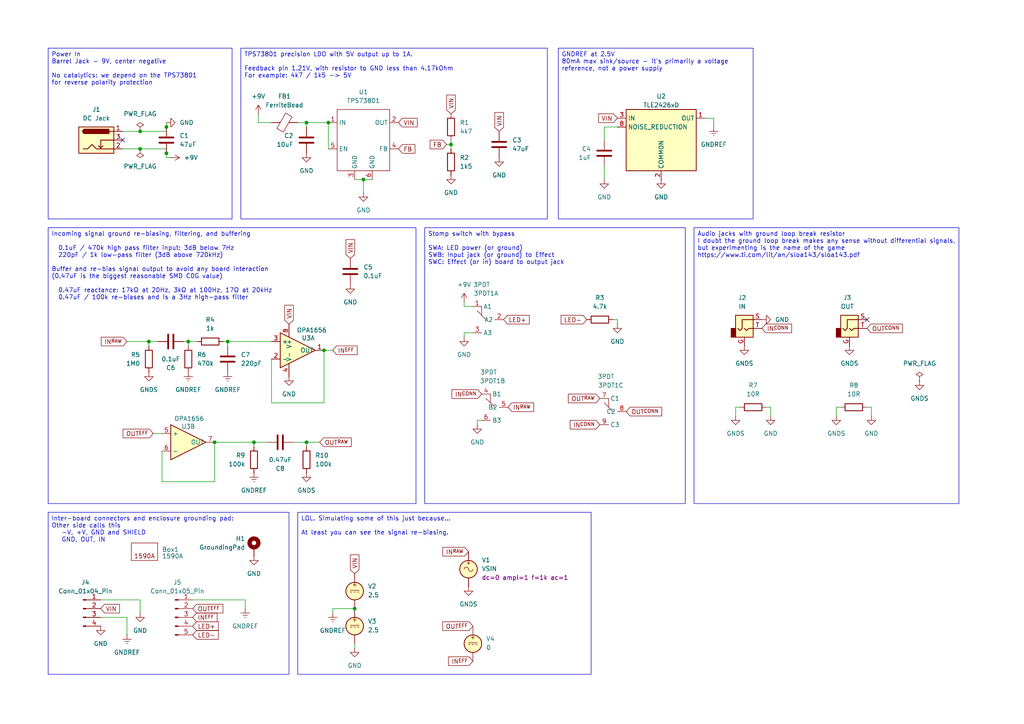
<source format=kicad_sch>
(kicad_sch (version 20250114) (generator "eeschema") (generator_version "9.0")
  (paper "A4")
  (title_block (title "5V rail splitting base") (date "2025-05-01") (rev "v2.0"))
  (lib_symbols
    (symbol "Connector:Barrel_Jack_Switch" (pin_names (hide yes))
      (property "Reference" "J" (at 0 5.334 0))
      (property "Value" "Barrel_Jack_Switch" (at 0 -5.08 0))
      (symbol "Barrel_Jack_Switch_0_1"
        (rectangle (start -5.08 3.81) (end 5.08 -3.81) (stroke (width 0.254)) (fill (type background)))
        (polyline (pts (xy -3.81 -2.54) (xy -2.54 -2.54) (xy -1.27 -1.27) (xy 0 -2.54) (xy 2.54 -2.54) (xy 5.08 -2.54)) (stroke (width 0.254)))
        (arc (start -3.302 1.905) (mid -3.9343 2.54) (end -3.302 3.175) (stroke (width 0.254)))
        (arc (start -3.302 1.905) (mid -3.9343 2.54) (end -3.302 3.175) (stroke (width 0.254)) (fill (type outline)))
        (polyline (pts (xy 1.27 -2.286) (xy 1.905 -1.651)) (stroke (width 0.254)))
        (rectangle (start 3.683 3.175) (end -3.302 1.905) (stroke (width 0.254)) (fill (type outline)))
        (polyline (pts (xy 5.08 2.54) (xy 3.81 2.54)) (stroke (width 0.254)))
        (polyline (pts (xy 5.08 0) (xy 1.27 0) (xy 1.27 -2.286) (xy 0.635 -1.651)) (stroke (width 0.254)))
      )
      (symbol "Barrel_Jack_Switch_1_1"
        (pin passive line (at 7.62 2.54 180) (length 2.54) (name "~") (number "1"))
        (pin passive line (at 7.62 0 180) (length 2.54) (name "~") (number "3"))
        (pin passive line (at 7.62 -2.54 180) (length 2.54) (name "~") (number "2"))
      )
    )
    (symbol "Connector:Conn_01x04_Pin" (pin_names (offset 1.016) (hide yes))
      (property "Reference" "J" (at 0 5.08 0))
      (property "Value" "Conn_01x04_Pin" (at 0 -7.62 0))
      (symbol "Conn_01x04_Pin_1_1"
        (rectangle (start 0.8636 2.667) (end 0 2.413) (stroke (width 0.1524)) (fill (type outline)))
        (rectangle (start 0.8636 0.127) (end 0 -0.127) (stroke (width 0.1524)) (fill (type outline)))
        (rectangle (start 0.8636 -2.413) (end 0 -2.667) (stroke (width 0.1524)) (fill (type outline)))
        (rectangle (start 0.8636 -4.953) (end 0 -5.207) (stroke (width 0.1524)) (fill (type outline)))
        (polyline (pts (xy 1.27 2.54) (xy 0.8636 2.54)) (stroke (width 0.1524)))
        (polyline (pts (xy 1.27 0) (xy 0.8636 0)) (stroke (width 0.1524)))
        (polyline (pts (xy 1.27 -2.54) (xy 0.8636 -2.54)) (stroke (width 0.1524)))
        (polyline (pts (xy 1.27 -5.08) (xy 0.8636 -5.08)) (stroke (width 0.1524)))
        (pin passive line (at 5.08 2.54 180) (length 3.81) (name "Pin_1") (number "1"))
        (pin passive line (at 5.08 0 180) (length 3.81) (name "Pin_2") (number "2"))
        (pin passive line (at 5.08 -2.54 180) (length 3.81) (name "Pin_3") (number "3"))
        (pin passive line (at 5.08 -5.08 180) (length 3.81) (name "Pin_4") (number "4"))
      )
    )
    (symbol "Connector:Conn_01x05_Pin" (pin_names (offset 1.016) (hide yes))
      (property "Reference" "J" (at 0 7.62 0))
      (property "Value" "Conn_01x05_Pin" (at 0 -7.62 0))
      (symbol "Conn_01x05_Pin_1_1"
        (rectangle (start 0.8636 5.207) (end 0 4.953) (stroke (width 0.1524)) (fill (type outline)))
        (rectangle (start 0.8636 2.667) (end 0 2.413) (stroke (width 0.1524)) (fill (type outline)))
        (rectangle (start 0.8636 0.127) (end 0 -0.127) (stroke (width 0.1524)) (fill (type outline)))
        (rectangle (start 0.8636 -2.413) (end 0 -2.667) (stroke (width 0.1524)) (fill (type outline)))
        (rectangle (start 0.8636 -4.953) (end 0 -5.207) (stroke (width 0.1524)) (fill (type outline)))
        (polyline (pts (xy 1.27 5.08) (xy 0.8636 5.08)) (stroke (width 0.1524)))
        (polyline (pts (xy 1.27 2.54) (xy 0.8636 2.54)) (stroke (width 0.1524)))
        (polyline (pts (xy 1.27 0) (xy 0.8636 0)) (stroke (width 0.1524)))
        (polyline (pts (xy 1.27 -2.54) (xy 0.8636 -2.54)) (stroke (width 0.1524)))
        (polyline (pts (xy 1.27 -5.08) (xy 0.8636 -5.08)) (stroke (width 0.1524)))
        (pin passive line (at 5.08 5.08 180) (length 3.81) (name "Pin_1") (number "1"))
        (pin passive line (at 5.08 2.54 180) (length 3.81) (name "Pin_2") (number "2"))
        (pin passive line (at 5.08 0 180) (length 3.81) (name "Pin_3") (number "3"))
        (pin passive line (at 5.08 -2.54 180) (length 3.81) (name "Pin_4") (number "4"))
        (pin passive line (at 5.08 -5.08 180) (length 3.81) (name "Pin_5") (number "5"))
      )
    )
    (symbol "Connector_Audio:AudioJack2_Ground"
      (property "Reference" "J" (at 0 8.89 0))
      (property "Value" "AudioJack2_Ground" (at 0 6.35 0))
      (symbol "AudioJack2_Ground_0_1"
        (rectangle (start -2.54 -2.54) (end -3.81 0) (stroke (width 0.254)) (fill (type outline)))
        (polyline (pts (xy 0 0) (xy 0.635 -0.635) (xy 1.27 0) (xy 2.54 0)) (stroke (width 0.254)))
        (rectangle (start 2.54 3.81) (end -2.54 -2.54) (stroke (width 0.254)) (fill (type background)))
        (polyline (pts (xy 2.54 2.54) (xy -0.635 2.54) (xy -0.635 0) (xy -1.27 -0.635) (xy -1.905 0)) (stroke (width 0.254)))
      )
      (symbol "AudioJack2_Ground_1_1"
        (pin passive line (at 0 -5.08 90) (length 2.54) (name "~") (number "G"))
        (pin passive line (at 5.08 2.54 180) (length 2.54) (name "~") (number "S"))
        (pin passive line (at 5.08 0 180) (length 2.54) (name "~") (number "T"))
      )
    )
    (symbol "Device:C" (pin_numbers (hide yes)) (pin_names (offset 0.254))
      (property "Reference" "C" (at 0.635 2.54 0))
      (property "Value" "C" (at 0.635 -2.54 0))
      (symbol "C_0_1"
        (polyline (pts (xy -2.032 0.762) (xy 2.032 0.762)) (stroke (width 0.508)))
        (polyline (pts (xy -2.032 -0.762) (xy 2.032 -0.762)) (stroke (width 0.508)))
      )
      (symbol "C_1_1"
        (pin passive line (at 0 3.81 270) (length 2.794) (name "~") (number "1"))
        (pin passive line (at 0 -3.81 90) (length 2.794) (name "~") (number "2"))
      )
    )
    (symbol "Device:FerriteBead" (pin_numbers (hide yes)) (pin_names (offset 0))
      (property "Reference" "FB" (at -3.81 0.635 90))
      (property "Value" "FerriteBead" (at 3.81 0 90))
      (symbol "FerriteBead_0_1"
        (polyline (pts (xy -2.7686 0.4064) (xy -1.7018 2.2606) (xy 2.7686 -0.3048) (xy 1.6764 -2.159) (xy -2.7686 0.4064)))
        (polyline (pts (xy 0 1.27) (xy 0 1.2954)))
        (polyline (pts (xy 0 -1.27) (xy 0 -1.2192)))
      )
      (symbol "FerriteBead_1_1"
        (pin passive line (at 0 3.81 270) (length 2.54) (name "~") (number "1"))
        (pin passive line (at 0 -3.81 90) (length 2.54) (name "~") (number "2"))
      )
    )
    (symbol "Device:R" (pin_numbers (hide yes)) (pin_names (offset 0))
      (property "Reference" "R" (at 2.032 0 90))
      (property "Value" "R" (at 0 0 90))
      (symbol "R_0_1"
        (rectangle (start -1.016 -2.54) (end 1.016 2.54) (stroke (width 0.254)))
      )
      (symbol "R_1_1"
        (pin passive line (at 0 3.81 270) (length 1.27) (name "~") (number "1"))
        (pin passive line (at 0 -3.81 90) (length 1.27) (name "~") (number "2"))
      )
    )
    (symbol "Mechanical:MountingHole_Pad" (pin_numbers (hide yes)) (pin_names (offset 1.016) (hide yes)) (in_bom no)
      (property "Reference" "H" (at 0 6.35 0))
      (property "Value" "MountingHole_Pad" (at 0 4.445 0))
      (symbol "MountingHole_Pad_0_1"
        (circle (center 0 1.27) (radius 1.27) (stroke (width 1.27)))
      )
      (symbol "MountingHole_Pad_1_1"
        (pin input line (at 0 -2.54 90) (length 2.54) (name "1") (number "1"))
      )
    )
    (symbol "Mylib:3PDT"
      (property "Reference" "3PDT" (at 0 0 0))
      (symbol "3PDT_0_1"
        (polyline (pts (xy 0 -3.81) (xy 0 -6.35)))
        (polyline (pts (xy 1.27 -7.62) (xy -1.27 -5.08)))
      )
      (symbol "3PDT_1_1"
        (pin passive line (at -2.54 -3.81 0) (length 2.54) (name "A1") (number "1"))
        (pin passive line (at -2.54 -11.43 0) (length 2.54) (name "A3") (number "3"))
        (pin passive line (at 6.35 -7.62 180) (length 2.54) (name "A2") (number "2"))
      )
      (symbol "3PDT_2_1"
        (pin passive line (at -2.54 -3.81 0) (length 2.54) (name "B1") (number "4"))
        (pin passive line (at -2.54 -11.43 0) (length 2.54) (name "B3") (number "6"))
        (pin passive line (at 5.08 -7.62 180) (length 2.54) (name "B2") (number "5"))
      )
      (symbol "3PDT_3_1"
        (pin passive line (at -2.54 -3.81 0) (length 2.54) (name "C1") (number "7"))
        (pin passive line (at -2.54 -11.43 0) (length 2.54) (name "C3") (number "9"))
        (pin passive line (at 5.08 -7.62 180) (length 2.54) (name "C2") (number "8"))
      )
    )
    (symbol "Mylib:Enclosure_1590A" (exclude_from_sim yes)
      (property "Reference" "Box" (at 0 0 0))
      (symbol "Enclosure_1590A_0_1"
        (rectangle (start -3.81 1.27) (end 3.81 -3.81))
      )
      (symbol "Enclosure_1590A_1_1"
        (text "1590A" (at 0 -2.54 0) (effects (font (size 1.27 1.27))))
      )
    )
    (symbol "Mylib:OPA1656"
      (property "Reference" "U" (at 8.89 5.08 0))
      (property "Value" "OPA1656" (at 2.54 11.43 0))
      (symbol "OPA1656_0_1"
        (polyline (pts (xy -2.54 5.08) (xy 7.62 0) (xy -2.54 -5.08) (xy -2.54 5.08)) (stroke (width 0.254)) (fill (type background)))
      )
      (symbol "OPA1656_1_1"
        (pin input line (at -5.08 2.54 0) (length 2.54) (name "+") (number "3"))
        (pin input line (at -5.08 -2.54 0) (length 2.54) (name "-") (number "2"))
        (pin power_in line (at 0 7.62 270) (length 3.81) (name "V+") (number "8"))
        (pin power_in line (at 0 -7.62 90) (length 3.81) (name "V-") (number "4"))
        (pin output line (at 10.16 0 180) (length 2.54) (name "OUT") (number "1"))
      )
      (symbol "OPA1656_2_1"
        (pin input line (at -5.08 2.54 0) (length 2.54) (name "+") (number "5"))
        (pin input line (at -5.08 -2.54 0) (length 2.54) (name "-") (number "6"))
        (pin output line (at 10.16 0 180) (length 2.54) (name "OUT") (number "7"))
      )
    )
    (symbol "Mylib:TPS73801"
      (property "Reference" "U" (at 0 -0.508 0))
      (property "Value" "TPS73801" (at 0 2.032 0))
      (symbol "TPS73801_0_1"
        (rectangle (start -7.62 7.62) (end 7.62 -10.16))
      )
      (symbol "TPS73801_1_1"
        (pin power_in line (at -10.16 3.81 0) (length 2.54) (name "IN") (number "1"))
        (pin input line (at -10.16 -3.81 0) (length 2.54) (name "EN") (number "5"))
        (pin power_in line (at -2.54 -12.7 90) (length 2.54) (name "GND") (number "3"))
        (pin power_in line (at 2.54 -12.7 90) (length 2.54) (name "GND") (number "6"))
        (pin power_out line (at 10.16 3.81 180) (length 2.54) (name "OUT") (number "2"))
        (pin input line (at 10.16 -3.81 180) (length 2.54) (name "FB") (number "4"))
      )
    )
    (symbol "Reference_Voltage:TLE2426xD"
      (property "Reference" "U" (at -10.414 8.89 0))
      (property "Value" "TLE2426xD" (at 10.16 8.89 0))
      (symbol "TLE2426xD_0_1"
        (rectangle (start -10.16 7.62) (end 10.16 -10.16) (stroke (width 0.254)) (fill (type background)))
      )
      (symbol "TLE2426xD_1_1"
        (pin power_in line (at -12.7 5.08 0) (length 2.54) (name "IN") (number "3"))
        (pin passive line (at -12.7 2.54 0) (length 2.54) (name "NOISE_REDUCTION") (number "8"))
        (pin no_connect line (at -10.16 0 0) (length 2.54) (hide yes) (name "NC") (number "4"))
        (pin no_connect line (at -10.16 -2.54 0) (length 2.54) (hide yes) (name "NC") (number "5"))
        (pin power_in line (at 0 -12.7 90) (length 2.54) (name "COMMON") (number "2"))
        (pin no_connect line (at 10.16 0 180) (length 2.54) (hide yes) (name "NC") (number "6"))
        (pin no_connect line (at 10.16 -2.54 180) (length 2.54) (hide yes) (name "NC") (number "7"))
        (pin power_out line (at 12.7 5.08 180) (length 2.54) (name "OUT") (number "1"))
      )
    )
    (symbol "Simulation_SPICE:VDC" (pin_numbers (hide yes)) (pin_names (offset 0.0254))
      (property "Reference" "V" (at 2.54 2.54 0))
      (property "Value" "1" (at 2.54 0 0))
      (symbol "VDC_0_0"
        (polyline (pts (xy -1.27 0.254) (xy 1.27 0.254)))
        (polyline (pts (xy -0.762 -0.254) (xy -1.27 -0.254)))
        (polyline (pts (xy 0.254 -0.254) (xy -0.254 -0.254)))
        (polyline (pts (xy 1.27 -0.254) (xy 0.762 -0.254)))
        (text "+" (at 0 1.905 0) (effects (font (size 1.27 1.27))))
      )
      (symbol "VDC_0_1"
        (circle (center 0 0) (radius 2.54) (stroke (width 0.254)) (fill (type background)))
      )
      (symbol "VDC_1_1"
        (pin passive line (at 0 5.08 270) (length 2.54) (name "~") (number "1"))
        (pin passive line (at 0 -5.08 90) (length 2.54) (name "~") (number "2"))
      )
    )
    (symbol "Simulation_SPICE:VSIN" (pin_numbers (hide yes)) (pin_names (offset 0.0254))
      (property "Reference" "V" (at 2.54 2.54 0))
      (property "Value" "VSIN" (at 2.54 0 0))
      (property "Sim.Params" "dc=0 ampl=1 f=1k ac=1" (at 2.54 -2.54 0))
      (symbol "VSIN_0_0"
        (arc (start -1.27 0) (mid -0.635 0.6323) (end 0 0))
        (arc (start 1.27 0) (mid 0.635 -0.6323) (end 0 0))
        (text "+" (at 0 1.905 0) (effects (font (size 1.27 1.27))))
      )
      (symbol "VSIN_0_1"
        (circle (center 0 0) (radius 2.54) (stroke (width 0.254)) (fill (type background)))
      )
      (symbol "VSIN_1_1"
        (pin passive line (at 0 5.08 270) (length 2.54) (name "~") (number "1"))
        (pin passive line (at 0 -5.08 90) (length 2.54) (name "~") (number "2"))
      )
    )
    (symbol "power:+9V" (power) (pin_numbers (hide yes)) (pin_names (offset 0) (hide yes))
      (property "Value" "+9V" (at 0 3.556 0))
      (symbol "+9V_0_1"
        (polyline (pts (xy -0.762 1.27) (xy 0 2.54)))
        (polyline (pts (xy 0 2.54) (xy 0.762 1.27)))
        (polyline (pts (xy 0 0) (xy 0 2.54)))
      )
      (symbol "+9V_1_1"
        (pin power_in line (at 0 0 90) (length 0) (name "~") (number "1"))
      )
    )
    (symbol "power:GND" (power) (pin_numbers (hide yes)) (pin_names (offset 0) (hide yes))
      (property "Value" "GND" (at 0 -3.81 0))
      (symbol "GND_0_1"
        (polyline (pts (xy 0 0) (xy 0 -1.27) (xy 1.27 -1.27) (xy 0 -2.54) (xy -1.27 -1.27) (xy 0 -1.27)))
      )
      (symbol "GND_1_1"
        (pin power_in line (at 0 0 270) (length 0) (name "~") (number "1"))
      )
    )
    (symbol "power:GNDREF" (power) (pin_numbers (hide yes)) (pin_names (offset 0) (hide yes))
      (property "Value" "GNDREF" (at 0 -3.81 0))
      (symbol "GNDREF_0_1"
        (polyline (pts (xy -0.635 -1.905) (xy 0.635 -1.905)))
        (polyline (pts (xy -0.127 -2.54) (xy 0.127 -2.54)))
        (polyline (pts (xy 0 -1.27) (xy 0 0)))
        (polyline (pts (xy 1.27 -1.27) (xy -1.27 -1.27)))
      )
      (symbol "GNDREF_1_1"
        (pin power_in line (at 0 0 270) (length 0) (name "~") (number "1"))
      )
    )
    (symbol "power:GNDS" (power) (pin_numbers (hide yes)) (pin_names (offset 0) (hide yes))
      (property "Value" "GNDS" (at 0 -3.81 0))
      (symbol "GNDS_0_1"
        (polyline (pts (xy 0 0) (xy 0 -1.27) (xy 1.27 -1.27) (xy 0 -2.54) (xy -1.27 -1.27) (xy 0 -1.27)))
      )
      (symbol "GNDS_1_1"
        (pin power_in line (at 0 0 270) (length 0) (name "~") (number "1"))
      )
    )
    (symbol "power:PWR_FLAG" (power) (pin_numbers (hide yes)) (pin_names (offset 0) (hide yes))
      (property "Value" "PWR_FLAG" (at 0 3.81 0))
      (symbol "PWR_FLAG_0_0"
        (pin power_out line (at 0 0 90) (length 0) (name "~") (number "1"))
      )
      (symbol "PWR_FLAG_0_1"
        (polyline (pts (xy 0 0) (xy 0 1.27) (xy -1.016 1.905) (xy 0 2.54) (xy 1.016 1.905) (xy 0 1.27)))
      )
    )
  )
  (text_box "Incoming signal ground re-biasing, filtering, and buffering\n\n  0.1uF / 470k high pass filter input: 3dB below 7Hz\n  220pF / 1k low-pass filter (3dB above 720kHz)\n\nBuffer and re-bias signal output to avoid any board interaction\n(0.47uF is the biggest reasonable SMD C0G value)\n\n  0.47uF reactance: 17kΩ at 20Hz, 3kΩ at 100Hz, 17Ω at 20kHz\n  0.47uF / 100k re-biases and is a 3Hz high-pass filter" (at 13.97 66.04 0) (size 106.68 80.01) (margins 0.9525 0.9525 0.9525 0.9525) (effects (font (size 1.27 1.27)) (justify left top)))
  (text_box "Power In\nBarrel Jack - 9V, center negative\n\nNo catalytics: we depend on the TPS73801\nfor reverse polarity protection" (at 13.97 13.97 0) (size 53.34 49.53) (margins 0.9525 0.9525 0.9525 0.9525) (effects (font (size 1.27 1.27)) (justify left top)))
  (text_box "Inter-board connectors and enclosure grounding pad:\nOther side calls this\n   -V, +V, GND and SHIELD\n   GND, OUT, IN" (at 13.97 148.59 0) (size 69.85 46.99) (margins 0.9525 0.9525 0.9525 0.9525) (effects (font (size 1.27 1.27)) (justify left top)))
  (text_box "GNDREF at 2.5V\n80mA max sink/source - it's primarily a voltage reference, not a power supply" (at 161.925 13.97 0) (size 56.515 49.53) (margins 0.9525 0.9525 0.9525 0.9525) (effects (font (size 1.27 1.27)) (justify left top)))
  (text_box "Stomp switch with bypass\n\nSWA: LED power (or ground)\nSWB: Input jack (or ground) to Effect\nSWC: Effect (or in) board to output jack" (at 123.19 66.04 0) (size 75.565 80.01) (margins 0.9525 0.9525 0.9525 0.9525) (effects (font (size 1.27 1.27)) (justify left top)))
  (text_box "Audio jacks with ground loop break resistor\nI doubt the ground loop break makes any sense without differential signals,\nbut experimenting is the name of the game \nhttps://www.ti.com/lit/an/sloa143/sloa143.pdf" (at 201.295 66.04 0) (size 76.835 80.01) (margins 0.9525 0.9525 0.9525 0.9525) (effects (font (size 1.27 1.27)) (justify left top)))
  (text_box "TPS73801 precision LDO with 5V output up to 1A.\n\nFeedback pin 1.21V, with resistor to GND less than 4.17kOhm\nFor example: 4k7 / 1k5 -> 5V" (at 69.85 13.97 0) (size 88.9 49.53) (margins 0.9525 0.9525 0.9525 0.9525) (effects (font (size 1.27 1.27)) (justify left top)))
  (text_box "LOL. Simulating some of this just because...\n\nAt least you can see the signal re-biasing." (at 86.36 148.59 0) (size 85.09 46.99) (margins 0.9525 0.9525 0.9525 0.9525) (effects (font (size 1.27 1.27)) (justify left top)))
  (junction (at 102.87 176.53))
  (junction (at 73.66 128.27))
  (junction (at 48.26 44.45))
  (junction (at 93.98 101.6))
  (junction (at 88.9 35.56))
  (junction (at 88.9 128.27))
  (junction (at 48.26 36.83))
  (junction (at 130.81 41.91))
  (junction (at 40.64 38.1))
  (junction (at 105.41 52.07))
  (junction (at 66.04 99.06))
  (junction (at 54.61 99.06))
  (junction (at 95.25 35.56))
  (junction (at 62.23 128.27))
  (junction (at 40.64 43.18))
  (junction (at 43.18 99.06))
  (no_connect (at 251.46 92.71))
  (no_connect (at 35.56 40.64))
  (wire (pts (xy 137.16 96.52) (xy 134.62 96.52)))
  (wire (pts (xy 105.41 52.07) (xy 105.41 55.88)))
  (wire (pts (xy 130.81 41.91) (xy 130.81 43.18)))
  (wire (pts (xy 179.07 92.71) (xy 177.8 92.71)))
  (wire (pts (xy 40.64 173.99) (xy 40.64 177.8)))
  (wire (pts (xy 62.23 139.7) (xy 62.23 128.27)))
  (wire (pts (xy 74.93 35.56) (xy 78.74 35.56)))
  (wire (pts (xy 222.25 118.11) (xy 223.52 118.11)))
  (wire (pts (xy 214.63 118.11) (xy 213.36 118.11)))
  (wire (pts (xy 243.84 118.11) (xy 242.57 118.11)))
  (wire (pts (xy 93.98 101.6) (xy 93.98 116.84)))
  (wire (pts (xy 179.07 92.71) (xy 179.07 93.98)))
  (wire (pts (xy 48.26 36.83) (xy 48.26 38.1)))
  (wire (pts (xy 93.98 101.6) (xy 96.52 101.6)))
  (wire (pts (xy 74.93 33.02) (xy 74.93 35.56)))
  (wire (pts (xy 88.9 35.56) (xy 95.25 35.56)))
  (wire (pts (xy 73.66 128.27) (xy 77.47 128.27)))
  (wire (pts (xy 66.04 100.33) (xy 66.04 99.06)))
  (wire (pts (xy 134.62 88.9) (xy 134.62 87.63)))
  (wire (pts (xy 71.12 173.99) (xy 71.12 176.53)))
  (wire (pts (xy 179.07 36.83) (xy 175.26 36.83)))
  (wire (pts (xy 96.52 176.53) (xy 102.87 176.53)))
  (wire (pts (xy 48.26 35.56) (xy 48.26 36.83)))
  (wire (pts (xy 54.61 99.06) (xy 54.61 100.33)))
  (wire (pts (xy 48.26 45.72) (xy 49.53 45.72)))
  (wire (pts (xy 48.26 44.45) (xy 48.26 43.18)))
  (wire (pts (xy 102.87 52.07) (xy 105.41 52.07)))
  (wire (pts (xy 105.41 52.07) (xy 107.95 52.07)))
  (wire (pts (xy 129.54 41.91) (xy 130.81 41.91)))
  (wire (pts (xy 134.62 96.52) (xy 134.62 97.79)))
  (wire (pts (xy 36.83 99.06) (xy 43.18 99.06)))
  (wire (pts (xy 48.26 43.18) (xy 40.64 43.18)))
  (wire (pts (xy 46.99 130.81) (xy 46.99 139.7)))
  (wire (pts (xy 207.01 34.29) (xy 207.01 36.83)))
  (wire (pts (xy 175.26 48.26) (xy 175.26 52.07)))
  (wire (pts (xy 88.9 128.27) (xy 85.09 128.27)))
  (wire (pts (xy 213.36 118.11) (xy 213.36 120.65)))
  (wire (pts (xy 43.18 99.06) (xy 45.72 99.06)))
  (wire (pts (xy 48.26 38.1) (xy 40.64 38.1)))
  (wire (pts (xy 35.56 43.18) (xy 40.64 43.18)))
  (wire (pts (xy 242.57 118.11) (xy 242.57 120.65)))
  (wire (pts (xy 36.83 179.07) (xy 36.83 184.15)))
  (wire (pts (xy 96.52 176.53) (xy 96.52 177.8)))
  (wire (pts (xy 223.52 118.11) (xy 223.52 120.65)))
  (wire (pts (xy 88.9 35.56) (xy 88.9 36.83)))
  (wire (pts (xy 138.43 121.92) (xy 138.43 123.19)))
  (wire (pts (xy 55.88 173.99) (xy 71.12 173.99)))
  (wire (pts (xy 64.77 99.06) (xy 66.04 99.06)))
  (wire (pts (xy 86.36 35.56) (xy 88.9 35.56)))
  (wire (pts (xy 43.18 99.06) (xy 43.18 100.33)))
  (wire (pts (xy 78.74 116.84) (xy 78.74 104.14)))
  (wire (pts (xy 29.21 179.07) (xy 36.83 179.07)))
  (wire (pts (xy 78.74 116.84) (xy 93.98 116.84)))
  (wire (pts (xy 54.61 99.06) (xy 57.15 99.06)))
  (wire (pts (xy 251.46 118.11) (xy 252.73 118.11)))
  (wire (pts (xy 46.99 139.7) (xy 62.23 139.7)))
  (wire (pts (xy 62.23 128.27) (xy 73.66 128.27)))
  (wire (pts (xy 95.25 35.56) (xy 95.25 43.18)))
  (wire (pts (xy 44.45 125.73) (xy 46.99 125.73)))
  (wire (pts (xy 53.34 99.06) (xy 54.61 99.06)))
  (wire (pts (xy 137.16 88.9) (xy 134.62 88.9)))
  (wire (pts (xy 252.73 118.11) (xy 252.73 120.65)))
  (wire (pts (xy 73.66 128.27) (xy 73.66 129.54)))
  (wire (pts (xy 88.9 128.27) (xy 88.9 129.54)))
  (wire (pts (xy 139.7 121.92) (xy 138.43 121.92)))
  (wire (pts (xy 48.26 45.72) (xy 48.26 44.45)))
  (wire (pts (xy 35.56 38.1) (xy 40.64 38.1)))
  (wire (pts (xy 102.87 186.69) (xy 102.87 187.96)))
  (wire (pts (xy 88.9 128.27) (xy 92.71 128.27)))
  (wire (pts (xy 29.21 173.99) (xy 40.64 173.99)))
  (wire (pts (xy 204.47 34.29) (xy 207.01 34.29)))
  (wire (pts (xy 175.26 36.83) (xy 175.26 40.64)))
  (wire (pts (xy 66.04 99.06) (xy 78.74 99.06)))
  (wire (pts (xy 130.81 40.64) (xy 130.81 41.91)))
  (global_label "IN^{EFF}" (shape input) (at 96.52 101.6 0) (property "Intersheetrefs" "${INTERSHEET_REFS}" (effects (hide yes))))
  (global_label "VIN" (shape input) (at 144.78 38.1 90) (property "Intersheetrefs" "${INTERSHEET_REFS}" (effects (hide yes))))
  (global_label "LED-" (shape input) (at 55.88 184.15 0) (property "Intersheetrefs" "${INTERSHEET_REFS}" (effects (hide yes))))
  (global_label "IN^{CONN}" (shape input) (at 173.99 123.19 180) (property "Intersheetrefs" "${INTERSHEET_REFS}" (effects (hide yes))))
  (global_label "LED-" (shape input) (at 170.18 92.71 180) (property "Intersheetrefs" "${INTERSHEET_REFS}" (effects (hide yes))))
  (global_label "VIN" (shape input) (at 115.57 35.56 0) (property "Intersheetrefs" "${INTERSHEET_REFS}" (effects (hide yes))))
  (global_label "OUT^{RAW}" (shape input) (at 92.71 128.27 0) (property "Intersheetrefs" "${INTERSHEET_REFS}" (effects (hide yes))))
  (global_label "OUT^{CONN}" (shape input) (at 251.46 95.25 0) (property "Intersheetrefs" "${INTERSHEET_REFS}" (effects (hide yes))))
  (global_label "LED+" (shape input) (at 146.05 92.71 0) (property "Intersheetrefs" "${INTERSHEET_REFS}" (effects (hide yes))))
  (global_label "OUT^{RAW}" (shape input) (at 173.99 115.57 180) (property "Intersheetrefs" "${INTERSHEET_REFS}" (effects (hide yes))))
  (global_label "VIN" (shape input) (at 102.87 166.37 90) (property "Intersheetrefs" "${INTERSHEET_REFS}" (effects (hide yes))))
  (global_label "IN^{EFF}" (shape input) (at 55.88 179.07 0) (property "Intersheetrefs" "${INTERSHEET_REFS}" (effects (hide yes))))
  (global_label "FB" (shape input) (at 129.54 41.91 180) (property "Intersheetrefs" "${INTERSHEET_REFS}" (effects (hide yes))))
  (global_label "IN^{CONN}" (shape input) (at 220.98 95.25 0) (property "Intersheetrefs" "${INTERSHEET_REFS}" (effects (hide yes))))
  (global_label "VIN" (shape input) (at 101.6 74.93 90) (property "Intersheetrefs" "${INTERSHEET_REFS}" (effects (hide yes))))
  (global_label "VIN" (shape input) (at 179.07 34.29 180) (property "Intersheetrefs" "${INTERSHEET_REFS}" (effects (hide yes))))
  (global_label "OUT^{EFF}" (shape input) (at 55.88 176.53 0) (property "Intersheetrefs" "${INTERSHEET_REFS}" (effects (hide yes))))
  (global_label "VIN" (shape input) (at 130.81 33.02 90) (property "Intersheetrefs" "${INTERSHEET_REFS}" (effects (hide yes))))
  (global_label "IN^{RAW}" (shape input) (at 36.83 99.06 180) (property "Intersheetrefs" "${INTERSHEET_REFS}" (effects (hide yes))))
  (global_label "OUT^{EFF}" (shape input) (at 137.16 181.61 180) (property "Intersheetrefs" "${INTERSHEET_REFS}" (effects (hide yes))))
  (global_label "IN^{RAW}" (shape input) (at 147.32 118.11 0) (property "Intersheetrefs" "${INTERSHEET_REFS}" (effects (hide yes))))
  (global_label "OUT^{EFF}" (shape input) (at 44.45 125.73 180) (property "Intersheetrefs" "${INTERSHEET_REFS}" (effects (hide yes))))
  (global_label "VIN" (shape input) (at 29.21 176.53 0) (property "Intersheetrefs" "${INTERSHEET_REFS}" (effects (hide yes))))
  (global_label "FB" (shape input) (at 115.57 43.18 0) (property "Intersheetrefs" "${INTERSHEET_REFS}" (effects (hide yes))))
  (global_label "LED+" (shape input) (at 55.88 181.61 0) (property "Intersheetrefs" "${INTERSHEET_REFS}" (effects (hide yes))))
  (global_label "OUT^{CONN}" (shape input) (at 181.61 119.38 0) (property "Intersheetrefs" "${INTERSHEET_REFS}" (effects (hide yes))))
  (global_label "VIN" (shape input) (at 83.82 93.98 90) (property "Intersheetrefs" "${INTERSHEET_REFS}" (effects (hide yes))))
  (global_label "IN^{RAW}" (shape input) (at 135.89 160.02 180) (property "Intersheetrefs" "${INTERSHEET_REFS}" (effects (hide yes))))
  (global_label "IN^{EFF}" (shape input) (at 137.16 191.77 180) (property "Intersheetrefs" "${INTERSHEET_REFS}" (effects (hide yes))))
  (global_label "IN^{CONN}" (shape input) (at 139.7 114.3 180) (property "Intersheetrefs" "${INTERSHEET_REFS}" (effects (hide yes))))
  (symbol (lib_id "power:+9V") (at 49.53 45.72 270) (mirror x) (unit 1)
    (property "Reference" "#PWR05" (effects (hide yes)))
    (property "Value" "+9V" (at 53.34 45.7199 90) (effects (justify left)))
    (property "Description" "Power symbol creates a global label with name \"+9V\"" (effects (hide yes)))
  )
  (symbol (lib_id "power:GNDREF") (at 66.04 107.95 0) (unit 1)
    (property "Reference" "#PWR020" (effects (hide yes)))
    (property "Value" "GNDREF" (at 66.04 113.03 0))
    (property "Description" "Power symbol creates a global label with name \"GNDREF\" , reference supply ground" (effects (hide yes)))
  )
  (symbol (lib_id "Connector_Audio:AudioJack2_Ground") (at 215.9 95.25 0) (unit 1) (exclude_from_sim yes)
    (property "Reference" "J2" (at 215.265 86.36 0))
    (property "Value" "IN" (at 215.265 88.9 0))
    (property "Footprint" "Mylib:CK-6.35" (effects (hide yes)))
    (property "Description" "Audio Jack, 2 Poles (Mono / TS), Grounded Sleeve" (effects (hide yes)))
  )
  (symbol (lib_id "power:GND") (at 220.98 92.71 90) (unit 1)
    (property "Reference" "#PWR013" (effects (hide yes)))
    (property "Value" "GND" (at 224.79 92.7099 90) (effects (justify right)))
    (property "Description" "Power symbol creates a global label with name \"GND\" , ground" (effects (hide yes)))
  )
  (symbol (lib_id "power:GNDS") (at 135.89 170.18 0) (unit 1)
    (property "Reference" "#PWR031" (effects (hide yes)))
    (property "Value" "GNDS" (at 135.89 175.26 0))
    (property "Description" "Power symbol creates a global label with name \"GNDS\" , signal ground" (effects (hide yes)))
  )
  (symbol (lib_id "Device:C") (at 101.6 78.74 0) (unit 1)
    (property "Reference" "C5" (at 105.41 77.4699 0) (effects (justify left)))
    (property "Value" "0.1uF" (at 105.41 80.0099 0) (effects (justify left)))
    (property "Footprint" "Mylib:C_0704_1810Metric" (effects (hide yes)))
    (property "Description" "Unpolarized capacitor" (effects (hide yes)))
  )
  (symbol (lib_id "Device:FerriteBead") (at 82.55 35.56 90) (unit 1)
    (property "Reference" "FB1" (at 82.4992 27.94 90))
    (property "Value" "FerriteBead" (at 82.4992 30.48 90))
    (property "Footprint" "Inductor_SMD:L_1206_3216Metric" (effects (hide yes)))
    (property "Description" "Ferrite bead" (effects (hide yes)))
    (property "Sim.Device" "R" (effects (hide yes)))
    (property "Sim.Pins" "1=+ 2=-" (effects (hide yes)))
    (property "Sim.Params" "r=0" (effects (hide yes)))
  )
  (symbol (lib_id "Device:R") (at 130.81 36.83 0) (unit 1)
    (property "Reference" "R1" (at 133.35 35.5599 0) (effects (justify left)))
    (property "Value" "4k7" (at 133.35 38.0999 0) (effects (justify left)))
    (property "Footprint" "Resistor_SMD:R_0805_2012Metric_Pad1.20x1.40mm_HandSolder" (effects (hide yes)))
    (property "Description" "Resistor" (effects (hide yes)))
  )
  (symbol (lib_id "Mechanical:MountingHole_Pad") (at 73.66 158.75 0) (mirror y) (unit 1) (exclude_from_sim yes) (in_bom no)
    (property "Reference" "H1" (at 71.12 156.2099 0) (effects (justify left)))
    (property "Value" "GroundingPad" (at 71.12 158.7499 0) (effects (justify left)))
    (property "Footprint" "MountingHole:MountingHole_2.2mm_M2_Pad_Via" (effects (hide yes)))
    (property "Description" "Mounting Hole with connection" (effects (hide yes)))
  )
  (symbol (lib_id "power:PWR_FLAG") (at 40.64 38.1 0) (unit 1)
    (property "Reference" "#FLG01" (effects (hide yes)))
    (property "Value" "PWR_FLAG" (at 40.64 33.02 0))
    (property "Description" "Special symbol for telling ERC where power comes from" (effects (hide yes)))
  )
  (symbol (lib_id "Connector:Barrel_Jack_Switch") (at 27.94 40.64 0) (unit 1) (exclude_from_sim yes)
    (property "Reference" "J1" (at 27.94 31.75 0))
    (property "Value" "DC Jack" (at 27.94 34.29 0))
    (property "Footprint" "Connector_BarrelJack:BarrelJack_Wuerth_6941xx301002" (effects (hide yes)))
    (property "Description" "DC Barrel Jack with an internal switch" (effects (hide yes)))
  )
  (symbol (lib_id "power:GNDREF") (at 207.01 36.83 0) (unit 1)
    (property "Reference" "#PWR03" (effects (hide yes)))
    (property "Value" "GNDREF" (at 207.01 41.91 0))
    (property "Description" "Power symbol creates a global label with name \"GNDREF\" , reference supply ground" (effects (hide yes)))
  )
  (symbol (lib_id "power:+9V") (at 74.93 33.02 0) (unit 1)
    (property "Reference" "#PWR01" (effects (hide yes)))
    (property "Value" "+9V" (at 74.93 27.94 0))
    (property "Description" "Power symbol creates a global label with name \"+9V\"" (effects (hide yes)))
  )
  (symbol (lib_id "Device:R") (at 173.99 92.71 90) (unit 1)
    (property "Reference" "R3" (at 173.99 86.36 90))
    (property "Value" "4.7k" (at 173.99 88.9 90))
    (property "Footprint" "Resistor_SMD:R_0805_2012Metric_Pad1.20x1.40mm_HandSolder" (effects (hide yes)))
    (property "Description" "Resistor" (effects (hide yes)))
  )
  (symbol (lib_id "Device:C") (at 88.9 40.64 0) (mirror y) (unit 1)
    (property "Reference" "C2" (at 85.09 39.3699 0) (effects (justify left)))
    (property "Value" "10uF" (at 85.09 41.9099 0) (effects (justify left)))
    (property "Footprint" "Capacitor_SMD:C_1206_3216Metric_Pad1.33x1.80mm_HandSolder" (effects (hide yes)))
    (property "Description" "Unpolarized capacitor" (effects (hide yes)))
  )
  (symbol (lib_id "Device:C") (at 48.26 40.64 0) (unit 1)
    (property "Reference" "C1" (at 52.07 39.3699 0) (effects (justify left)))
    (property "Value" "47uF" (at 52.07 41.9099 0) (effects (justify left)))
    (property "Footprint" "Capacitor_SMD:C_1206_3216Metric_Pad1.33x1.80mm_HandSolder" (effects (hide yes)))
    (property "Description" "Unpolarized capacitor" (effects (hide yes)))
  )
  (symbol (lib_id "Mylib:OPA1656") (at 52.07 128.27 0) (unit 2)
    (property "Reference" "U3" (at 54.61 123.698 0))
    (property "Value" "OPA1656" (at 54.864 121.412 0))
    (property "Footprint" "Package_SO:SOIC-8_3.9x4.9mm_P1.27mm" (effects (hide yes)))
    (property "Datasheet" "https://ti.com/lit/ds/symlink/opa1655.pdf" (effects (hide yes)))
    (property "Description" "Dual audio op-amp" (effects (hide yes)))
    (property "Sim.Library" "${KIPRJMOD}/../../symbols/dual1656.lib" (effects (hide yes)))
    (property "Sim.Name" "DUAL1656" (effects (hide yes)))
    (property "Sim.Device" "SUBCKT" (effects (hide yes)))
    (property "Sim.Pins" "1=OUTA 2=INA- 3=INA+ 4=V- 5=INB+ 6=INB- 7=OUTB 8=V+" (effects (hide yes)))
  )
  (symbol (lib_id "Device:C") (at 81.28 128.27 270) (unit 1)
    (property "Reference" "C8" (at 81.28 135.89 90))
    (property "Value" "0.47uF" (at 81.28 133.35 90))
    (property "Footprint" "Capacitor_SMD:C_1206_3216Metric_Pad1.33x1.80mm_HandSolder" (effects (hide yes)))
    (property "Description" "Unpolarized capacitor" (effects (hide yes)))
  )
  (symbol (lib_id "Simulation_SPICE:VDC") (at 102.87 181.61 0) (unit 1) (in_bom no) (on_board no)
    (property "Reference" "V3" (at 106.68 180.2101 0) (effects (justify left)))
    (property "Value" "2.5" (at 106.68 182.7501 0) (effects (justify left)))
    (property "Datasheet" "https://ngspice.sourceforge.io/docs/ngspice-html-manual/manual.xhtml#sec_Independent_Sources_for" (effects (hide yes)))
    (property "Description" "Voltage source, DC" (effects (hide yes)))
    (property "Sim.Pins" "1=+ 2=-" (effects (hide yes)))
    (property "Sim.Type" "DC" (effects (hide yes)))
    (property "Sim.Device" "V" (effects (hide yes)))
  )
  (symbol (lib_id "Device:R") (at 60.96 99.06 90) (unit 1)
    (property "Reference" "R4" (at 60.96 92.71 90))
    (property "Value" "1k" (at 60.96 95.25 90))
    (property "Footprint" "Resistor_SMD:R_0805_2012Metric_Pad1.20x1.40mm_HandSolder" (effects (hide yes)))
    (property "Description" "Resistor" (effects (hide yes)))
  )
  (symbol (lib_id "power:GND") (at 179.07 93.98 0) (unit 1)
    (property "Reference" "#PWR014" (effects (hide yes)))
    (property "Value" "GND" (at 179.07 99.06 0))
    (property "Description" "Power symbol creates a global label with name \"GND\" , ground" (effects (hide yes)))
  )
  (symbol (lib_id "power:GNDREF") (at 73.66 137.16 0) (unit 1)
    (property "Reference" "#PWR028" (effects (hide yes)))
    (property "Value" "GNDREF" (at 73.66 142.24 0))
    (property "Description" "Power symbol creates a global label with name \"GNDREF\" , reference supply ground" (effects (hide yes)))
  )
  (symbol (lib_id "Device:R") (at 218.44 118.11 270) (unit 1)
    (property "Reference" "R7" (at 218.44 111.76 90))
    (property "Value" "10R" (at 218.44 114.3 90))
    (property "Footprint" "Resistor_SMD:R_0805_2012Metric_Pad1.20x1.40mm_HandSolder" (effects (hide yes)))
    (property "Description" "Resistor" (effects (hide yes)))
  )
  (symbol (lib_id "Device:C") (at 49.53 99.06 90) (mirror x) (unit 1)
    (property "Reference" "C6" (at 49.53 106.68 90))
    (property "Value" "0.1uF" (at 49.53 104.14 90))
    (property "Footprint" "Mylib:C_0704_1810Metric" (effects (hide yes)))
    (property "Description" "Unpolarized capacitor" (effects (hide yes)))
  )
  (symbol (lib_id "power:GNDS") (at 246.38 100.33 0) (unit 1)
    (property "Reference" "#PWR017" (effects (hide yes)))
    (property "Value" "GNDS" (at 246.38 105.41 0))
    (property "Description" "Power symbol creates a global label with name \"GNDS\" , signal ground" (effects (hide yes)))
  )
  (symbol (lib_id "power:GNDS") (at 88.9 137.16 0) (unit 1)
    (property "Reference" "#PWR029" (effects (hide yes)))
    (property "Value" "GNDS" (at 88.9 142.24 0))
    (property "Description" "Power symbol creates a global label with name \"GNDS\" , signal ground" (effects (hide yes)))
  )
  (symbol (lib_id "power:GND") (at 102.87 187.96 0) (unit 1)
    (property "Reference" "#PWR037" (effects (hide yes)))
    (property "Value" "GND" (at 102.87 193.04 0))
    (property "Description" "Power symbol creates a global label with name \"GND\" , ground" (effects (hide yes)))
  )
  (symbol (lib_id "power:GND") (at 29.21 181.61 0) (unit 1)
    (property "Reference" "#PWR035" (effects (hide yes)))
    (property "Value" "GND" (at 29.21 186.69 0))
    (property "Description" "Power symbol creates a global label with name \"GND\" , ground" (effects (hide yes)))
  )
  (symbol (lib_id "Device:C") (at 66.04 104.14 0) (unit 1)
    (property "Reference" "C7" (at 69.85 102.8699 0) (effects (justify left)))
    (property "Value" "220pF" (at 69.85 105.4099 0) (effects (justify left)))
    (property "Footprint" "Capacitor_SMD:C_0805_2012Metric_Pad1.18x1.45mm_HandSolder" (effects (hide yes)))
    (property "Description" "Unpolarized capacitor" (effects (hide yes)))
  )
  (symbol (lib_id "power:GND") (at 223.52 120.65 0) (unit 1)
    (property "Reference" "#PWR024" (effects (hide yes)))
    (property "Value" "GND" (at 223.52 125.73 0))
    (property "Description" "Power symbol creates a global label with name \"GND\" , ground" (effects (hide yes)))
  )
  (symbol (lib_id "Simulation_SPICE:VSIN") (at 135.89 165.1 0) (unit 1) (in_bom no) (on_board no)
    (property "Reference" "V1" (at 139.7 162.4301 0) (effects (justify left)))
    (property "Value" "VSIN" (at 139.7 164.9701 0) (effects (justify left)))
    (property "Datasheet" "https://ngspice.sourceforge.io/docs/ngspice-html-manual/manual.xhtml#sec_Independent_Sources_for" (effects (hide yes)))
    (property "Description" "Voltage source, sinusoidal" (effects (hide yes)))
    (property "Sim.Pins" "1=+ 2=-" (effects (hide yes)))
    (property "Sim.Params" "dc=0 ampl=1 f=1k ac=1" (at 139.7 167.5101 0) (effects (justify left)))
    (property "Sim.Type" "SIN" (effects (hide yes)))
    (property "Sim.Device" "V" (effects (hide yes)))
  )
  (symbol (lib_id "power:GNDREF") (at 54.61 107.95 0) (unit 1)
    (property "Reference" "#PWR019" (effects (hide yes)))
    (property "Value" "GNDREF" (at 54.61 113.03 0))
    (property "Description" "Power symbol creates a global label with name \"GNDREF\" , reference supply ground" (effects (hide yes)))
  )
  (symbol (lib_id "power:GNDS") (at 43.18 107.95 0) (unit 1)
    (property "Reference" "#PWR018" (effects (hide yes)))
    (property "Value" "GNDS" (at 43.18 113.03 0))
    (property "Description" "Power symbol creates a global label with name \"GNDS\" , signal ground" (effects (hide yes)))
  )
  (symbol (lib_id "Mylib:3PDT") (at 142.24 110.49 0) (unit 2) (exclude_from_sim yes)
    (property "Reference" "3PDT1" (at 142.875 110.49 0))
    (property "Value" "3PDT" (at 141.732 107.95 0))
    (property "Footprint" "Mylib:3PDT-Stomp-Switch" (effects (hide yes)))
  )
  (symbol (lib_id "Mylib:OPA1656") (at 83.82 101.6 0) (unit 1)
    (property "Reference" "U3" (at 89.408 98.044 0))
    (property "Value" "OPA1656" (at 90.424 95.758 0))
    (property "Footprint" "Package_SO:SOIC-8_3.9x4.9mm_P1.27mm" (effects (hide yes)))
    (property "Datasheet" "https://ti.com/lit/ds/symlink/opa1655.pdf" (effects (hide yes)))
    (property "Description" "Dual audio op-amp" (effects (hide yes)))
    (property "Sim.Library" "${KIPRJMOD}/../../symbols/dual1656.lib" (effects (hide yes)))
    (property "Sim.Name" "DUAL1656" (effects (hide yes)))
    (property "Sim.Device" "SUBCKT" (effects (hide yes)))
    (property "Sim.Pins" "1=OUTA 2=INA- 3=INA+ 4=V- 5=INB+ 6=INB- 7=OUTB 8=V+" (effects (hide yes)))
  )
  (symbol (lib_id "Device:R") (at 130.81 46.99 0) (unit 1)
    (property "Reference" "R2" (at 133.35 45.7199 0) (effects (justify left)))
    (property "Value" "1k5" (at 133.35 48.2599 0) (effects (justify left)))
    (property "Footprint" "Resistor_SMD:R_0805_2012Metric_Pad1.20x1.40mm_HandSolder" (effects (hide yes)))
    (property "Description" "Resistor" (effects (hide yes)))
  )
  (symbol (lib_id "Device:R") (at 88.9 133.35 0) (unit 1)
    (property "Reference" "R10" (at 91.44 132.0799 0) (effects (justify left)))
    (property "Value" "100k" (at 91.44 134.6199 0) (effects (justify left)))
    (property "Footprint" "Resistor_SMD:R_0805_2012Metric_Pad1.20x1.40mm_HandSolder" (effects (hide yes)))
    (property "Description" "Resistor" (effects (hide yes)))
  )
  (symbol (lib_id "Device:C") (at 175.26 44.45 0) (mirror y) (unit 1)
    (property "Reference" "C4" (at 171.45 43.1799 0) (effects (justify left)))
    (property "Value" "1uF" (at 171.45 45.7199 0) (effects (justify left)))
    (property "Footprint" "Capacitor_SMD:C_1206_3216Metric_Pad1.33x1.80mm_HandSolder" (effects (hide yes)))
    (property "Description" "Unpolarized capacitor" (effects (hide yes)))
  )
  (symbol (lib_id "power:GNDS") (at 242.57 120.65 0) (unit 1)
    (property "Reference" "#PWR025" (effects (hide yes)))
    (property "Value" "GNDS" (at 242.57 125.73 0))
    (property "Description" "Power symbol creates a global label with name \"GNDS\" , signal ground" (effects (hide yes)))
  )
  (symbol (lib_id "power:PWR_FLAG") (at 266.7 110.49 0) (unit 1)
    (property "Reference" "#FLG03" (effects (hide yes)))
    (property "Value" "PWR_FLAG" (at 266.7 105.41 0))
    (property "Description" "Special symbol for telling ERC where power comes from" (effects (hide yes)))
  )
  (symbol (lib_id "Device:R") (at 73.66 133.35 0) (mirror y) (unit 1)
    (property "Reference" "R9" (at 71.12 132.0799 0) (effects (justify left)))
    (property "Value" "100k" (at 71.12 134.6199 0) (effects (justify left)))
    (property "Footprint" "Resistor_SMD:R_0805_2012Metric_Pad1.20x1.40mm_HandSolder" (effects (hide yes)))
    (property "Description" "Resistor" (effects (hide yes)))
  )
  (symbol (lib_id "Mylib:Enclosure_1590A") (at 41.91 158.75 0) (unit 1) (exclude_from_sim yes)
    (property "Reference" "Box1" (at 46.99 159.3849 0) (effects (justify left)))
    (property "Value" "1590A" (at 46.99 161.29 0) (effects (justify left)))
    (property "Footprint" "Mylib:1590A" (effects (hide yes)))
  )
  (symbol (lib_id "power:GNDS") (at 215.9 100.33 0) (unit 1)
    (property "Reference" "#PWR016" (effects (hide yes)))
    (property "Value" "GNDS" (at 215.9 105.41 0))
    (property "Description" "Power symbol creates a global label with name \"GNDS\" , signal ground" (effects (hide yes)))
  )
  (symbol (lib_id "power:GNDREF") (at 96.52 177.8 0) (unit 1)
    (property "Reference" "#PWR034" (effects (hide yes)))
    (property "Value" "GNDREF" (at 96.52 182.88 0))
    (property "Description" "Power symbol creates a global label with name \"GNDREF\" , reference supply ground" (effects (hide yes)))
  )
  (symbol (lib_id "Device:R") (at 43.18 104.14 0) (mirror y) (unit 1)
    (property "Reference" "R5" (at 40.64 102.8699 0) (effects (justify left)))
    (property "Value" "1M0" (at 40.64 105.4099 0) (effects (justify left)))
    (property "Footprint" "Resistor_SMD:R_0805_2012Metric_Pad1.20x1.40mm_HandSolder" (effects (hide yes)))
    (property "Description" "Resistor" (effects (hide yes)))
  )
  (symbol (lib_id "Simulation_SPICE:VDC") (at 102.87 171.45 0) (unit 1) (in_bom no) (on_board no)
    (property "Reference" "V2" (at 106.68 170.0501 0) (effects (justify left)))
    (property "Value" "2.5" (at 106.68 172.5901 0) (effects (justify left)))
    (property "Datasheet" "https://ngspice.sourceforge.io/docs/ngspice-html-manual/manual.xhtml#sec_Independent_Sources_for" (effects (hide yes)))
    (property "Description" "Voltage source, DC" (effects (hide yes)))
    (property "Sim.Pins" "1=+ 2=-" (effects (hide yes)))
    (property "Sim.Type" "DC" (effects (hide yes)))
    (property "Sim.Device" "V" (effects (hide yes)))
  )
  (symbol (lib_id "power:GND") (at 130.81 50.8 0) (unit 1)
    (property "Reference" "#PWR07" (effects (hide yes)))
    (property "Value" "GND" (at 130.81 55.88 0))
    (property "Description" "Power symbol creates a global label with name \"GND\" , ground" (effects (hide yes)))
  )
  (symbol (lib_id "power:GND") (at 101.6 82.55 0) (unit 1)
    (property "Reference" "#PWR011" (effects (hide yes)))
    (property "Value" "GND" (at 101.6 87.63 0))
    (property "Description" "Power symbol creates a global label with name \"GND\" , ground" (effects (hide yes)))
  )
  (symbol (lib_id "power:GNDS") (at 266.7 110.49 0) (unit 1)
    (property "Reference" "#PWR022" (effects (hide yes)))
    (property "Value" "GNDS" (at 266.7 115.57 0))
    (property "Description" "Power symbol creates a global label with name \"GNDS\" , signal ground" (effects (hide yes)))
  )
  (symbol (lib_id "power:GND") (at 252.73 120.65 0) (unit 1)
    (property "Reference" "#PWR026" (effects (hide yes)))
    (property "Value" "GND" (at 252.73 125.73 0))
    (property "Description" "Power symbol creates a global label with name \"GND\" , ground" (effects (hide yes)))
  )
  (symbol (lib_id "Mylib:3PDT") (at 139.7 85.09 0) (unit 1) (exclude_from_sim yes)
    (property "Reference" "3PDT1" (at 140.97 85.09 0))
    (property "Value" "3PDT" (at 139.7 82.55 0))
    (property "Footprint" "Mylib:3PDT-Stomp-Switch" (effects (hide yes)))
  )
  (symbol (lib_id "power:GND") (at 144.78 45.72 0) (unit 1)
    (property "Reference" "#PWR06" (effects (hide yes)))
    (property "Value" "GND" (at 144.78 50.8 0))
    (property "Description" "Power symbol creates a global label with name \"GND\" , ground" (effects (hide yes)))
  )
  (symbol (lib_id "power:GND") (at 134.62 97.79 0) (unit 1)
    (property "Reference" "#PWR015" (effects (hide yes)))
    (property "Value" "GND" (at 134.62 102.87 0))
    (property "Description" "Power symbol creates a global label with name \"GND\" , ground" (effects (hide yes)))
  )
  (symbol (lib_id "power:+9V") (at 134.62 87.63 0) (mirror y) (unit 1)
    (property "Reference" "#PWR012" (effects (hide yes)))
    (property "Value" "+9V" (at 134.62 82.55 0))
    (property "Description" "Power symbol creates a global label with name \"+9V\"" (effects (hide yes)))
  )
  (symbol (lib_id "power:GNDREF") (at 71.12 176.53 0) (unit 1)
    (property "Reference" "#PWR032" (effects (hide yes)))
    (property "Value" "GNDREF" (at 71.12 181.61 0))
    (property "Description" "Power symbol creates a global label with name \"GNDREF\" , reference supply ground" (effects (hide yes)))
  )
  (symbol (lib_id "Reference_Voltage:TLE2426xD") (at 191.77 39.37 0) (unit 1) (exclude_from_sim yes)
    (property "Reference" "U2" (at 191.77 27.94 0))
    (property "Value" "TLE2426xD" (at 191.77 30.48 0))
    (property "Footprint" "Package_SO:SOIC-8_3.9x4.9mm_P1.27mm" (effects (hide yes)))
    (property "Datasheet" "http://www.ti.com/lit/ds/symlink/tle2426.pdf" (effects (hide yes)))
    (property "Description" "Precision virtual ground, noise reduction pin, 4V to 40V input, SOIC-8" (effects (hide yes)))
  )
  (symbol (lib_id "power:GNDS") (at 213.36 120.65 0) (unit 1)
    (property "Reference" "#PWR023" (effects (hide yes)))
    (property "Value" "GNDS" (at 213.36 125.73 0))
    (property "Description" "Power symbol creates a global label with name \"GNDS\" , signal ground" (effects (hide yes)))
  )
  (symbol (lib_id "power:GND") (at 105.41 55.88 0) (unit 1)
    (property "Reference" "#PWR010" (effects (hide yes)))
    (property "Value" "GND" (at 105.41 60.96 0))
    (property "Description" "Power symbol creates a global label with name \"GND\" , ground" (effects (hide yes)))
  )
  (symbol (lib_id "power:PWR_FLAG") (at 40.64 43.18 180) (unit 1)
    (property "Reference" "#FLG02" (effects (hide yes)))
    (property "Value" "PWR_FLAG" (at 40.64 48.26 0))
    (property "Description" "Special symbol for telling ERC where power comes from" (effects (hide yes)))
  )
  (symbol (lib_id "Simulation_SPICE:VDC") (at 137.16 186.69 0) (unit 1) (in_bom no) (on_board no)
    (property "Reference" "V4" (at 140.97 185.2901 0) (effects (justify left)))
    (property "Value" "0" (at 140.97 187.8301 0) (effects (justify left)))
    (property "Datasheet" "https://ngspice.sourceforge.io/docs/ngspice-html-manual/manual.xhtml#sec_Independent_Sources_for" (effects (hide yes)))
    (property "Description" "Voltage source, DC" (effects (hide yes)))
    (property "Sim.Pins" "1=+ 2=-" (effects (hide yes)))
    (property "Sim.Type" "DC" (effects (hide yes)))
    (property "Sim.Device" "V" (effects (hide yes)))
  )
  (symbol (lib_id "power:GND") (at 83.82 109.22 0) (unit 1)
    (property "Reference" "#PWR021" (effects (hide yes)))
    (property "Value" "GND" (at 83.82 114.3 0))
    (property "Description" "Power symbol creates a global label with name \"GND\" , ground" (effects (hide yes)))
  )
  (symbol (lib_id "power:GND") (at 40.64 177.8 0) (unit 1)
    (property "Reference" "#PWR033" (effects (hide yes)))
    (property "Value" "GND" (at 40.64 182.88 0))
    (property "Description" "Power symbol creates a global label with name \"GND\" , ground" (effects (hide yes)))
  )
  (symbol (lib_id "Connector:Conn_01x04_Pin") (at 24.13 176.53 0) (unit 1) (exclude_from_sim yes)
    (property "Reference" "J4" (at 24.765 168.91 0))
    (property "Value" "Conn_01x04_Pin" (at 24.765 171.45 0))
    (property "Footprint" "Connector_PinSocket_2.54mm:PinSocket_1x04_P2.54mm_Vertical" (effects (hide yes)))
    (property "Description" "Generic connector, single row, 01x04, script generated" (effects (hide yes)))
  )
  (symbol (lib_id "power:GND") (at 88.9 44.45 0) (unit 1)
    (property "Reference" "#PWR04" (effects (hide yes)))
    (property "Value" "GND" (at 88.9 49.53 0))
    (property "Description" "Power symbol creates a global label with name \"GND\" , ground" (effects (hide yes)))
  )
  (symbol (lib_id "Mylib:TPS73801") (at 105.41 39.37 0) (unit 1) (exclude_from_sim yes)
    (property "Reference" "U1" (at 105.41 26.67 0))
    (property "Value" "TPS73801" (at 105.41 29.21 0))
    (property "Footprint" "Package_TO_SOT_SMD:SOT-223-6" (effects (hide yes)))
    (property "Datasheet" "ti.com/lit/ds/symlink/tps73801.pdf" (effects (hide yes)))
    (property "Description" "Low-Noise Fast-Transient-Response Low-Dropout Regulator" (effects (hide yes)))
  )
  (symbol (lib_id "power:GND") (at 175.26 52.07 0) (unit 1)
    (property "Reference" "#PWR08" (effects (hide yes)))
    (property "Value" "GND" (at 175.26 57.15 0))
    (property "Description" "Power symbol creates a global label with name \"GND\" , ground" (effects (hide yes)))
  )
  (symbol (lib_id "power:GND") (at 138.43 123.19 0) (unit 1)
    (property "Reference" "#PWR027" (effects (hide yes)))
    (property "Value" "GND" (at 138.43 128.27 0))
    (property "Description" "Power symbol creates a global label with name \"GND\" , ground" (effects (hide yes)))
  )
  (symbol (lib_id "power:GND") (at 48.26 35.56 90) (mirror x) (unit 1)
    (property "Reference" "#PWR02" (effects (hide yes)))
    (property "Value" "GND" (at 52.07 35.5599 90) (effects (justify right)))
    (property "Description" "Power symbol creates a global label with name \"GND\" , ground" (effects (hide yes)))
  )
  (symbol (lib_id "Connector:Conn_01x05_Pin") (at 50.8 179.07 0) (unit 1) (exclude_from_sim yes)
    (property "Reference" "J5" (at 51.435 168.91 0))
    (property "Value" "Conn_01x05_Pin" (at 51.435 171.45 0))
    (property "Footprint" "Connector_PinSocket_2.54mm:PinSocket_1x05_P2.54mm_Vertical" (effects (hide yes)))
    (property "Description" "Generic connector, single row, 01x05, script generated" (effects (hide yes)))
  )
  (symbol (lib_id "power:GND") (at 73.66 161.29 0) (unit 1)
    (property "Reference" "#PWR030" (effects (hide yes)))
    (property "Value" "GND" (at 73.66 166.37 0))
    (property "Description" "Power symbol creates a global label with name \"GND\" , ground" (effects (hide yes)))
  )
  (symbol (lib_id "Device:R") (at 247.65 118.11 270) (unit 1)
    (property "Reference" "R8" (at 247.65 111.76 90))
    (property "Value" "10R" (at 247.65 114.3 90))
    (property "Footprint" "Resistor_SMD:R_0805_2012Metric_Pad1.20x1.40mm_HandSolder" (effects (hide yes)))
    (property "Description" "Resistor" (effects (hide yes)))
  )
  (symbol (lib_id "power:GNDREF") (at 36.83 184.15 0) (unit 1)
    (property "Reference" "#PWR036" (effects (hide yes)))
    (property "Value" "GNDREF" (at 36.83 189.23 0))
    (property "Description" "Power symbol creates a global label with name \"GNDREF\" , reference supply ground" (effects (hide yes)))
  )
  (symbol (lib_id "Connector_Audio:AudioJack2_Ground") (at 246.38 95.25 0) (unit 1) (exclude_from_sim yes)
    (property "Reference" "J3" (at 245.745 86.36 0))
    (property "Value" "OUT" (at 245.745 88.9 0))
    (property "Footprint" "Mylib:CK-6.35" (effects (hide yes)))
    (property "Description" "Audio Jack, 2 Poles (Mono / TS), Grounded Sleeve" (effects (hide yes)))
  )
  (symbol (lib_id "Device:R") (at 54.61 104.14 0) (unit 1)
    (property "Reference" "R6" (at 57.15 102.8699 0) (effects (justify left)))
    (property "Value" "470k" (at 57.15 105.4099 0) (effects (justify left)))
    (property "Footprint" "Resistor_SMD:R_0805_2012Metric_Pad1.20x1.40mm_HandSolder" (effects (hide yes)))
    (property "Description" "Resistor" (effects (hide yes)))
  )
  (symbol (lib_id "Device:C") (at 144.78 41.91 0) (unit 1)
    (property "Reference" "C3" (at 148.59 40.6399 0) (effects (justify left)))
    (property "Value" "47uF" (at 148.59 43.1799 0) (effects (justify left)))
    (property "Footprint" "Capacitor_SMD:C_1206_3216Metric_Pad1.33x1.80mm_HandSolder" (effects (hide yes)))
    (property "Description" "Unpolarized capacitor" (effects (hide yes)))
  )
  (symbol (lib_id "power:GND") (at 191.77 52.07 0) (unit 1)
    (property "Reference" "#PWR09" (effects (hide yes)))
    (property "Value" "GND" (at 191.77 57.15 0))
    (property "Description" "Power symbol creates a global label with name \"GND\" , ground" (effects (hide yes)))
  )
  (symbol (lib_id "Mylib:3PDT") (at 176.53 111.76 0) (unit 3) (exclude_from_sim yes)
    (property "Reference" "3PDT1" (at 177.165 111.76 0))
    (property "Value" "3PDT" (at 175.768 109.22 0))
    (property "Footprint" "Mylib:3PDT-Stomp-Switch" (effects (hide yes)))
  )
)
</source>
